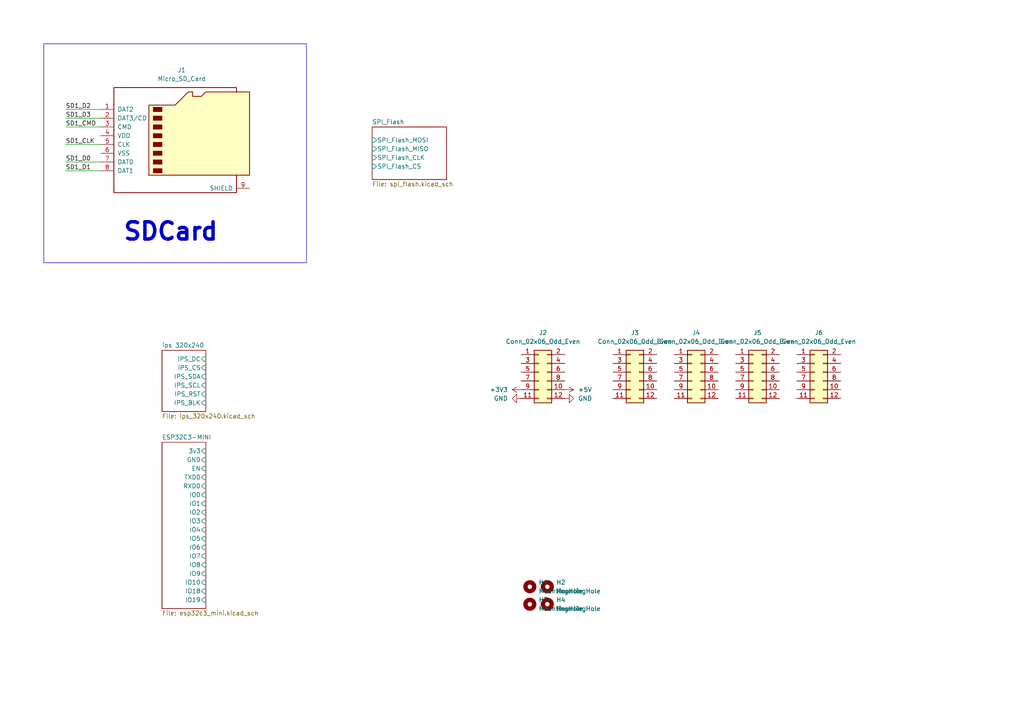
<source format=kicad_sch>
(kicad_sch (version 20231120) (generator "eeschema") (generator_version "8.0")
  (paper "A4")
  (lib_symbols
    (symbol "Connector:Micro_SD_Card" (pin_names (offset 1.016))
      (property "Reference" "J" (at -16.51 15.24 0))
      (property "Value" "Micro_SD_Card" (at 16.51 15.24 0))
      (symbol "Micro_SD_Card_0_1"
        (rectangle (start -7.62 -9.525) (end -5.08 -10.795) (fill (type outline)))
        (rectangle (start -7.62 -6.985) (end -5.08 -8.255) (fill (type outline)))
        (rectangle (start -7.62 -4.445) (end -5.08 -5.715) (fill (type outline)))
        (rectangle (start -7.62 -1.905) (end -5.08 -3.175) (fill (type outline)))
        (rectangle (start -7.62 0.635) (end -5.08 -0.635) (fill (type outline)))
        (rectangle (start -7.62 3.175) (end -5.08 1.905) (fill (type outline)))
        (rectangle (start -7.62 5.715) (end -5.08 4.445) (fill (type outline)))
        (rectangle (start -7.62 8.255) (end -5.08 6.985) (fill (type outline)))
        (polyline (pts (xy 16.51 12.7) (xy 16.51 13.97) (xy -19.05 13.97) (xy -19.05 -16.51) (xy 16.51 -16.51) (xy 16.51 -11.43)) (stroke (width 0.254)))
        (polyline (pts (xy -8.89 -11.43) (xy -8.89 8.89) (xy -1.27 8.89) (xy 2.54 12.7) (xy 3.81 12.7) (xy 3.81 11.43) (xy 6.35 11.43) (xy 7.62 12.7) (xy 20.32 12.7) (xy 20.32 -11.43) (xy -8.89 -11.43)) (stroke (width 0.254)) (fill (type background)))
      )
      (symbol "Micro_SD_Card_1_1"
        (pin bidirectional line (at -22.86 7.62 0) (length 3.81) (name "DAT2") (number "1"))
        (pin bidirectional line (at -22.86 5.08 0) (length 3.81) (name "DAT3/CD") (number "2"))
        (pin input line (at -22.86 2.54 0) (length 3.81) (name "CMD") (number "3"))
        (pin power_in line (at -22.86 0 0) (length 3.81) (name "VDD") (number "4"))
        (pin input line (at -22.86 -2.54 0) (length 3.81) (name "CLK") (number "5"))
        (pin power_in line (at -22.86 -5.08 0) (length 3.81) (name "VSS") (number "6"))
        (pin bidirectional line (at -22.86 -7.62 0) (length 3.81) (name "DAT0") (number "7"))
        (pin bidirectional line (at -22.86 -10.16 0) (length 3.81) (name "DAT1") (number "8"))
        (pin passive line (at 20.32 -15.24 180) (length 3.81) (name "SHIELD") (number "9"))
      )
    )
    (symbol "Connector_Generic:Conn_02x06_Odd_Even" (pin_names (offset 1.016) hide)
      (property "Reference" "J" (at 1.27 7.62 0))
      (property "Value" "Conn_02x06_Odd_Even" (at 1.27 -10.16 0))
      (symbol "Conn_02x06_Odd_Even_1_1"
        (rectangle (start -1.27 -7.493) (end 0 -7.747) (stroke (width 0.1524)))
        (rectangle (start -1.27 -4.953) (end 0 -5.207) (stroke (width 0.1524)))
        (rectangle (start -1.27 -2.413) (end 0 -2.667) (stroke (width 0.1524)))
        (rectangle (start -1.27 0.127) (end 0 -0.127) (stroke (width 0.1524)))
        (rectangle (start -1.27 2.667) (end 0 2.413) (stroke (width 0.1524)))
        (rectangle (start -1.27 5.207) (end 0 4.953) (stroke (width 0.1524)))
        (rectangle (start -1.27 6.35) (end 3.81 -8.89) (stroke (width 0.254)) (fill (type background)))
        (rectangle (start 3.81 -7.493) (end 2.54 -7.747) (stroke (width 0.1524)))
        (rectangle (start 3.81 -4.953) (end 2.54 -5.207) (stroke (width 0.1524)))
        (rectangle (start 3.81 -2.413) (end 2.54 -2.667) (stroke (width 0.1524)))
        (rectangle (start 3.81 0.127) (end 2.54 -0.127) (stroke (width 0.1524)))
        (rectangle (start 3.81 2.667) (end 2.54 2.413) (stroke (width 0.1524)))
        (rectangle (start 3.81 5.207) (end 2.54 4.953) (stroke (width 0.1524)))
        (pin passive line (at -5.08 5.08 0) (length 3.81) (name "Pin_1") (number "1"))
        (pin passive line (at 7.62 -5.08 180) (length 3.81) (name "Pin_10") (number "10"))
        (pin passive line (at -5.08 -7.62 0) (length 3.81) (name "Pin_11") (number "11"))
        (pin passive line (at 7.62 -7.62 180) (length 3.81) (name "Pin_12") (number "12"))
        (pin passive line (at 7.62 5.08 180) (length 3.81) (name "Pin_2") (number "2"))
        (pin passive line (at -5.08 2.54 0) (length 3.81) (name "Pin_3") (number "3"))
        (pin passive line (at 7.62 2.54 180) (length 3.81) (name "Pin_4") (number "4"))
        (pin passive line (at -5.08 0 0) (length 3.81) (name "Pin_5") (number "5"))
        (pin passive line (at 7.62 0 180) (length 3.81) (name "Pin_6") (number "6"))
        (pin passive line (at -5.08 -2.54 0) (length 3.81) (name "Pin_7") (number "7"))
        (pin passive line (at 7.62 -2.54 180) (length 3.81) (name "Pin_8") (number "8"))
        (pin passive line (at -5.08 -5.08 0) (length 3.81) (name "Pin_9") (number "9"))
      )
    )
    (symbol "Mechanical:MountingHole" (pin_names (offset 1.016)) (exclude_from_sim yes) (in_bom no)
      (property "Reference" "H" (at 0 5.08 0))
      (property "Value" "MountingHole" (at 0 3.175 0))
      (symbol "MountingHole_0_1"
        (circle (center 0 0) (radius 1.27) (stroke (width 1.27)))
      )
    )
    (symbol "power:+3V3" (power) (pin_numbers hide) (pin_names (offset 0) hide)
      (property "Value" "+3V3" (at 0 3.556 0))
      (symbol "+3V3_0_1"
        (polyline (pts (xy -0.762 1.27) (xy 0 2.54)))
        (polyline (pts (xy 0 0) (xy 0 2.54)))
        (polyline (pts (xy 0 2.54) (xy 0.762 1.27)))
      )
      (symbol "+3V3_1_1"
        (pin power_in line (at 0 0 90) (length 0) (name "~") (number "1"))
      )
    )
    (symbol "power:+5V" (power) (pin_numbers hide) (pin_names (offset 0) hide)
      (property "Value" "+5V" (at 0 3.556 0))
      (symbol "+5V_0_1"
        (polyline (pts (xy -0.762 1.27) (xy 0 2.54)))
        (polyline (pts (xy 0 0) (xy 0 2.54)))
        (polyline (pts (xy 0 2.54) (xy 0.762 1.27)))
      )
      (symbol "+5V_1_1"
        (pin power_in line (at 0 0 90) (length 0) (name "~") (number "1"))
      )
    )
    (symbol "power:GND" (power) (pin_numbers hide) (pin_names (offset 0) hide)
      (property "Value" "GND" (at 0 -3.81 0))
      (symbol "GND_0_1"
        (polyline (pts (xy 0 0) (xy 0 -1.27) (xy 1.27 -1.27) (xy 0 -2.54) (xy -1.27 -1.27) (xy 0 -1.27)))
      )
      (symbol "GND_1_1"
        (pin power_in line (at 0 0 270) (length 0) (name "~") (number "1"))
      )
    )
  )
  (wire (pts (xy 19.05 46.99) (xy 29.21 46.99)))
  (wire (pts (xy 19.05 36.83) (xy 29.21 36.83)))
  (wire (pts (xy 19.05 41.91) (xy 29.21 41.91)))
  (wire (pts (xy 19.05 49.53) (xy 29.21 49.53)))
  (wire (pts (xy 19.05 31.75) (xy 29.21 31.75)))
  (wire (pts (xy 19.05 34.29) (xy 29.21 34.29)))
  (rectangle (start 12.7 12.7) (end 88.9 76.2))
  (text "SDCard" (at 49.53 67.31 0) (effects (font (size 5 5) (thickness 1) (bold yes))))
  (label "SD1_CMD" (at 19.05 36.83 0))
  (label "SD1_D1" (at 19.05 49.53 0))
  (label "SD1_D3" (at 19.05 34.29 0))
  (label "SD1_CLK" (at 19.05 41.91 0))
  (label "SD1_D0" (at 19.05 46.99 0))
  (label "SD1_D2" (at 19.05 31.75 0))
  (symbol (lib_id "power:+3V3") (at 151.13 113.03 90) (unit 1)
    (property "Reference" "#PWR01" (effects (hide yes)))
    (property "Value" "+3V3" (at 147.32 113.0299 90) (effects (justify left)))
    (property "Description" "Power symbol creates a global label with name \"+3V3\"" (effects (hide yes)))
  )
  (symbol (lib_id "Mechanical:MountingHole") (at 158.75 170.18 0) (unit 1)
    (property "Reference" "H2" (at 161.29 168.9099 0) (effects (justify left)))
    (property "Value" "MountingHole" (at 161.29 171.4499 0) (effects (justify left)))
    (property "Footprint" "MountingHole:MountingHole_2.2mm_M2" (effects (hide yes)))
    (property "Description" "Mounting Hole without connection" (effects (hide yes)))
  )
  (symbol (lib_id "Connector_Generic:Conn_02x06_Odd_Even") (at 218.44 107.95 0) (unit 1)
    (property "Reference" "J5" (at 219.71 96.52 0))
    (property "Value" "Conn_02x06_Odd_Even" (at 219.71 99.06 0))
    (property "Footprint" "Connector_PinHeader_1.27mm:PinHeader_2x06_P1.27mm_Vertical_SMD" (effects (hide yes)))
    (property "Description" "Generic connector, double row, 02x06, odd/even pin numbering scheme (row 1 odd numbers, row 2 even numbers), script generated (kicad-library-utils/schlib/autogen/connector/)" (effects (hide yes)))
  )
  (symbol (lib_id "Connector_Generic:Conn_02x06_Odd_Even") (at 236.22 107.95 0) (unit 1)
    (property "Reference" "J6" (at 237.49 96.52 0))
    (property "Value" "Conn_02x06_Odd_Even" (at 237.49 99.06 0))
    (property "Footprint" "Connector_PinHeader_1.27mm:PinHeader_2x06_P1.27mm_Vertical_SMD" (effects (hide yes)))
    (property "Description" "Generic connector, double row, 02x06, odd/even pin numbering scheme (row 1 odd numbers, row 2 even numbers), script generated (kicad-library-utils/schlib/autogen/connector/)" (effects (hide yes)))
  )
  (symbol (lib_id "Connector_Generic:Conn_02x06_Odd_Even") (at 156.21 107.95 0) (unit 1)
    (property "Reference" "J2" (at 157.48 96.52 0))
    (property "Value" "Conn_02x06_Odd_Even" (at 157.48 99.06 0))
    (property "Footprint" "Connector_PinHeader_1.27mm:PinHeader_2x06_P1.27mm_Vertical_SMD" (effects (hide yes)))
    (property "Description" "Generic connector, double row, 02x06, odd/even pin numbering scheme (row 1 odd numbers, row 2 even numbers), script generated (kicad-library-utils/schlib/autogen/connector/)" (effects (hide yes)))
  )
  (symbol (lib_id "Connector:Micro_SD_Card") (at 52.07 39.37 0) (unit 1)
    (property "Reference" "J1" (at 52.705 20.32 0))
    (property "Value" "Micro_SD_Card" (at 52.705 22.86 0))
    (property "Footprint" "Connector_Card:microSD_HC_Molex_47219-2001" (effects (hide yes)))
    (property "Datasheet" "http://katalog.we-online.de/em/datasheet/693072010801.pdf" (effects (hide yes)))
    (property "Description" "Micro SD Card Socket" (effects (hide yes)))
  )
  (symbol (lib_id "Connector_Generic:Conn_02x06_Odd_Even") (at 182.88 107.95 0) (unit 1)
    (property "Reference" "J3" (at 184.15 96.52 0))
    (property "Value" "Conn_02x06_Odd_Even" (at 184.15 99.06 0))
    (property "Footprint" "Connector_PinHeader_1.27mm:PinHeader_2x06_P1.27mm_Vertical_SMD" (effects (hide yes)))
    (property "Description" "Generic connector, double row, 02x06, odd/even pin numbering scheme (row 1 odd numbers, row 2 even numbers), script generated (kicad-library-utils/schlib/autogen/connector/)" (effects (hide yes)))
  )
  (symbol (lib_id "Mechanical:MountingHole") (at 153.67 170.18 0) (unit 1)
    (property "Reference" "H1" (at 156.21 168.9099 0) (effects (justify left)))
    (property "Value" "MountingHole" (at 156.21 171.4499 0) (effects (justify left)))
    (property "Footprint" "MountingHole:MountingHole_2.2mm_M2" (effects (hide yes)))
    (property "Description" "Mounting Hole without connection" (effects (hide yes)))
  )
  (symbol (lib_id "power:+5V") (at 163.83 113.03 270) (unit 1)
    (property "Reference" "#PWR02" (effects (hide yes)))
    (property "Value" "+5V" (at 167.64 113.0299 90) (effects (justify left)))
    (property "Description" "Power symbol creates a global label with name \"+5V\"" (effects (hide yes)))
  )
  (symbol (lib_id "Mechanical:MountingHole") (at 158.75 175.26 0) (unit 1)
    (property "Reference" "H4" (at 161.29 173.9899 0) (effects (justify left)))
    (property "Value" "MountingHole" (at 161.29 176.5299 0) (effects (justify left)))
    (property "Footprint" "MountingHole:MountingHole_2.2mm_M2" (effects (hide yes)))
    (property "Description" "Mounting Hole without connection" (effects (hide yes)))
  )
  (symbol (lib_id "power:GND") (at 163.83 115.57 90) (unit 1)
    (property "Reference" "#PWR04" (effects (hide yes)))
    (property "Value" "GND" (at 167.64 115.5699 90) (effects (justify right)))
    (property "Description" "Power symbol creates a global label with name \"GND\" , ground" (effects (hide yes)))
  )
  (symbol (lib_id "Connector_Generic:Conn_02x06_Odd_Even") (at 200.66 107.95 0) (unit 1)
    (property "Reference" "J4" (at 201.93 96.52 0))
    (property "Value" "Conn_02x06_Odd_Even" (at 201.93 99.06 0))
    (property "Footprint" "Connector_PinHeader_1.27mm:PinHeader_2x06_P1.27mm_Vertical_SMD" (effects (hide yes)))
    (property "Description" "Generic connector, double row, 02x06, odd/even pin numbering scheme (row 1 odd numbers, row 2 even numbers), script generated (kicad-library-utils/schlib/autogen/connector/)" (effects (hide yes)))
  )
  (symbol (lib_id "power:GND") (at 151.13 115.57 270) (unit 1)
    (property "Reference" "#PWR03" (effects (hide yes)))
    (property "Value" "GND" (at 147.32 115.5699 90) (effects (justify right)))
    (property "Description" "Power symbol creates a global label with name \"GND\" , ground" (effects (hide yes)))
  )
  (symbol (lib_id "Mechanical:MountingHole") (at 153.67 175.26 0) (unit 1)
    (property "Reference" "H3" (at 156.21 173.9899 0) (effects (justify left)))
    (property "Value" "MountingHole" (at 156.21 176.5299 0) (effects (justify left)))
    (property "Footprint" "MountingHole:MountingHole_2.2mm_M2" (effects (hide yes)))
    (property "Description" "Mounting Hole without connection" (effects (hide yes)))
  )
  (sheet (at 107.95 36.83) (size 21.59 15.24) (stroke (width 0.1524))
    (property "Sheetname" "SPI_Flash" (at 107.95 36.1184 0) (effects (justify left bottom)))
    (property "Sheetfile" "spi_flash.kicad_sch" (at 107.95 52.6546 0) (effects (justify left top)))
    (pin "SPI_Flash_CLK" input (at 107.95 45.72 180))
    (pin "SPI_Flash_CS" input (at 107.95 48.26 180))
    (pin "SPI_Flash_MISO" input (at 107.95 43.18 180))
    (pin "SPI_Flash_MOSI" input (at 107.95 40.64 180))
  )
  (sheet (at 46.99 101.6) (size 12.7 17.78) (stroke (width 0.1524))
    (property "Sheetname" "ips 320x240" (at 46.99 100.8884 0) (effects (justify left bottom)))
    (property "Sheetfile" "ips_320x240.kicad_sch" (at 46.99 119.9646 0) (effects (justify left top)))
    (pin "IPS_BLK" input (at 59.69 116.84 0))
    (pin "IPS_SDA" input (at 59.69 109.22 0))
    (pin "IPS_SCL" input (at 59.69 111.76 0))
    (pin "IPS_RST" input (at 59.69 114.3 0))
    (pin "IPS_DC" input (at 59.69 104.14 0))
    (pin "IPS_CS" input (at 59.69 106.68 0))
  )
  (sheet (at 46.99 128.27) (size 12.7 48.26) (stroke (width 0.1524))
    (property "Sheetname" "ESP32C3-MINI" (at 46.99 127.5584 0) (effects (justify left bottom)))
    (property "Sheetfile" "esp32c3_mini.kicad_sch" (at 46.99 177.1146 0) (effects (justify left top)))
    (pin "IO2" input (at 59.69 148.59 0))
    (pin "IO3" input (at 59.69 151.13 0))
    (pin "3v3" input (at 59.69 130.81 0))
    (pin "IO4" input (at 59.69 153.67 0))
    (pin "IO10" input (at 59.69 168.91 0))
    (pin "EN" input (at 59.69 135.89 0))
    (pin "IO0" input (at 59.69 143.51 0))
    (pin "IO1" input (at 59.69 146.05 0))
    (pin "IO5" input (at 59.69 156.21 0))
    (pin "IO6" input (at 59.69 158.75 0))
    (pin "IO18" input (at 59.69 171.45 0))
    (pin "IO19" input (at 59.69 173.99 0))
    (pin "RXD0" input (at 59.69 140.97 0))
    (pin "TXD0" input (at 59.69 138.43 0))
    (pin "IO8" input (at 59.69 163.83 0))
    (pin "IO9" input (at 59.69 166.37 0))
    (pin "IO7" input (at 59.69 161.29 0))
    (pin "GND" input (at 59.69 133.35 0))
  )
)
</source>
